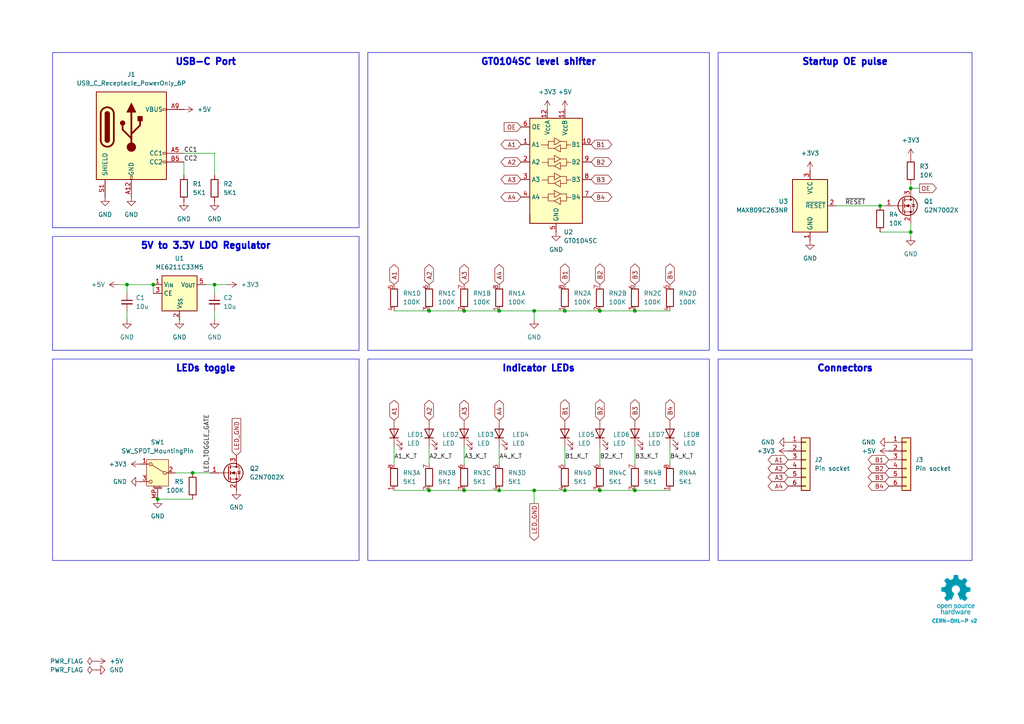
<source format=kicad_sch>
(kicad_sch (version 20231120) (generator "eeschema") (generator_version "8.0")
  (paper "A4")
  (title_block (title "GT0104SC quad level shifter") (date "2025-03-18") (rev "v1"))
  (lib_symbols
    (symbol "Connector_Generic:Conn_01x06" (pin_names (offset 1.016) hide)
      (property "Reference" "J" (at 0 7.62 0))
      (property "Value" "Conn_01x06" (at 0 -10.16 0))
      (symbol "Conn_01x06_1_1"
        (rectangle (start -1.27 -7.493) (end 0 -7.747) (stroke (width 0.1524)))
        (rectangle (start -1.27 -4.953) (end 0 -5.207) (stroke (width 0.1524)))
        (rectangle (start -1.27 -2.413) (end 0 -2.667) (stroke (width 0.1524)))
        (rectangle (start -1.27 0.127) (end 0 -0.127) (stroke (width 0.1524)))
        (rectangle (start -1.27 2.667) (end 0 2.413) (stroke (width 0.1524)))
        (rectangle (start -1.27 5.207) (end 0 4.953) (stroke (width 0.1524)))
        (rectangle (start -1.27 6.35) (end 1.27 -8.89) (stroke (width 0.254)) (fill (type background)))
        (pin passive line (at -5.08 5.08 0) (length 3.81) (name "Pin_1") (number "1"))
        (pin passive line (at -5.08 2.54 0) (length 3.81) (name "Pin_2") (number "2"))
        (pin passive line (at -5.08 0 0) (length 3.81) (name "Pin_3") (number "3"))
        (pin passive line (at -5.08 -2.54 0) (length 3.81) (name "Pin_4") (number "4"))
        (pin passive line (at -5.08 -5.08 0) (length 3.81) (name "Pin_5") (number "5"))
        (pin passive line (at -5.08 -7.62 0) (length 3.81) (name "Pin_6") (number "6"))
      )
    )
    (symbol "Device:C_Small" (pin_numbers hide) (pin_names (offset 0.254) hide)
      (property "Reference" "C" (at 0.254 1.778 0))
      (property "Value" "C_Small" (at 0.254 -2.032 0))
      (symbol "C_Small_0_1"
        (polyline (pts (xy -1.524 -0.508) (xy 1.524 -0.508)) (stroke (width 0.3302)))
        (polyline (pts (xy -1.524 0.508) (xy 1.524 0.508)) (stroke (width 0.3048)))
      )
      (symbol "C_Small_1_1"
        (pin passive line (at 0 2.54 270) (length 2.032) (name "~") (number "1"))
        (pin passive line (at 0 -2.54 90) (length 2.032) (name "~") (number "2"))
      )
    )
    (symbol "Device:LED" (pin_numbers hide) (pin_names (offset 1.016) hide)
      (property "Reference" "D" (at 0 2.54 0))
      (property "Value" "LED" (at 0 -2.54 0))
      (symbol "LED_0_1"
        (polyline (pts (xy -1.27 -1.27) (xy -1.27 1.27)) (stroke (width 0.254)))
        (polyline (pts (xy -1.27 0) (xy 1.27 0)))
        (polyline (pts (xy 1.27 -1.27) (xy 1.27 1.27) (xy -1.27 0) (xy 1.27 -1.27)) (stroke (width 0.254)))
        (polyline (pts (xy -3.048 -0.762) (xy -4.572 -2.286) (xy -3.81 -2.286) (xy -4.572 -2.286) (xy -4.572 -1.524)))
        (polyline (pts (xy -1.778 -0.762) (xy -3.302 -2.286) (xy -2.54 -2.286) (xy -3.302 -2.286) (xy -3.302 -1.524)))
      )
      (symbol "LED_1_1"
        (pin passive line (at -3.81 0 0) (length 2.54) (name "K") (number "1"))
        (pin passive line (at 3.81 0 180) (length 2.54) (name "A") (number "2"))
      )
    )
    (symbol "Device:R" (pin_numbers hide) (pin_names (offset 0))
      (property "Reference" "R" (at 2.032 0 90))
      (property "Value" "R" (at 0 0 90))
      (symbol "R_0_1"
        (rectangle (start -1.016 -2.54) (end 1.016 2.54) (stroke (width 0.254)))
      )
      (symbol "R_1_1"
        (pin passive line (at 0 3.81 270) (length 1.27) (name "~") (number "1"))
        (pin passive line (at 0 -3.81 90) (length 1.27) (name "~") (number "2"))
      )
    )
    (symbol "Device:R_Pack04_Split" (pin_names (offset 0) hide)
      (property "Reference" "RN" (at 2.032 0 90))
      (property "Value" "R_Pack04_Split" (at 0 0 90))
      (symbol "R_Pack04_Split_0_1"
        (rectangle (start 1.016 2.54) (end -1.016 -2.54) (stroke (width 0.254)))
      )
      (symbol "R_Pack04_Split_1_1"
        (pin passive line (at 0 -3.81 90) (length 1.27) (name "R1.1") (number "1"))
        (pin passive line (at 0 3.81 270) (length 1.27) (name "R1.2") (number "8"))
      )
      (symbol "R_Pack04_Split_2_1"
        (pin passive line (at 0 -3.81 90) (length 1.27) (name "R2.1") (number "2"))
        (pin passive line (at 0 3.81 270) (length 1.27) (name "R2.2") (number "7"))
      )
      (symbol "R_Pack04_Split_3_1"
        (pin passive line (at 0 -3.81 90) (length 1.27) (name "R3.1") (number "3"))
        (pin passive line (at 0 3.81 270) (length 1.27) (name "R3.2") (number "6"))
      )
      (symbol "R_Pack04_Split_4_1"
        (pin passive line (at 0 -3.81 90) (length 1.27) (name "R4.1") (number "4"))
        (pin passive line (at 0 3.81 270) (length 1.27) (name "R4.2") (number "5"))
      )
    )
    (symbol "Regulator_Linear:ME6211C33M5"
      (property "Reference" "U" (at -4.572 6.35 0))
      (property "Value" "ME6211C33M5" (at 10.16 8.636 0))
      (symbol "ME6211C33M5_1_1"
        (rectangle (start -5.08 5.08) (end 5.08 -5.08) (stroke (width 0.254)) (fill (type background)))
        (pin power_in line (at -7.62 2.54 0) (length 2.54) (name "V_{IN}") (number "1"))
        (pin power_in line (at 0 -7.62 90) (length 2.54) (name "V_{SS}") (number "2"))
        (pin input line (at -7.62 0 0) (length 2.54) (name "CE") (number "3"))
        (pin no_connect line (at 5.08 0 180) (length 2.54) hide (name "NC") (number "4"))
        (pin power_out line (at 7.62 2.54 180) (length 2.54) (name "V_{OUT}") (number "5"))
      )
    )
    (symbol "connector:USB_C_Receptacle_PowerOnly_6P_DEALON_009" (pin_names (offset 1.016))
      (property "Reference" "J" (at 0 16.51 0))
      (property "Value" "USB_C_Receptacle_PowerOnly_6P" (at 0 13.97 0))
      (symbol "USB_C_Receptacle_PowerOnly_6P_DEALON_009_0_0"
        (rectangle (start -0.254 -12.7) (end 0.254 -11.684))
        (rectangle (start 10.16 -7.366) (end 9.144 -7.874))
        (rectangle (start 10.16 -4.826) (end 9.144 -5.334))
        (rectangle (start 10.16 7.874) (end 9.144 7.366))
      )
      (symbol "USB_C_Receptacle_PowerOnly_6P_DEALON_009_0_1"
        (rectangle (start -10.16 12.7) (end 10.16 -12.7) (stroke (width 0.254)) (fill (type background)))
        (arc (start -8.89 -1.27) (mid -6.985 -3.1667) (end -5.08 -1.27) (stroke (width 0.508)))
        (arc (start -7.62 -1.27) (mid -6.985 -1.9023) (end -6.35 -1.27) (stroke (width 0.254)))
        (arc (start -7.62 -1.27) (mid -6.985 -1.9023) (end -6.35 -1.27) (stroke (width 0.254)) (fill (type outline)))
        (rectangle (start -7.62 -1.27) (end -6.35 6.35) (stroke (width 0.254)) (fill (type outline)))
        (arc (start -6.35 6.35) (mid -6.985 6.9823) (end -7.62 6.35) (stroke (width 0.254)))
        (arc (start -6.35 6.35) (mid -6.985 6.9823) (end -7.62 6.35) (stroke (width 0.254)) (fill (type outline)))
        (arc (start -5.08 6.35) (mid -6.985 8.2467) (end -8.89 6.35) (stroke (width 0.508)))
        (circle (center -2.54 3.683) (radius 0.635) (stroke (width 0.254)) (fill (type outline)))
        (circle (center 0 -3.302) (radius 1.27) (fill (type outline)))
        (polyline (pts (xy -8.89 -1.27) (xy -8.89 6.35)) (stroke (width 0.508)))
        (polyline (pts (xy -5.08 6.35) (xy -5.08 -1.27)) (stroke (width 0.508)))
        (polyline (pts (xy 0 -3.302) (xy 0 6.858)) (stroke (width 0.508)))
        (polyline (pts (xy 0 -0.762) (xy -2.54 1.778) (xy -2.54 3.048)) (stroke (width 0.508)))
        (polyline (pts (xy 0 0.508) (xy 2.54 3.048) (xy 2.54 4.318)) (stroke (width 0.508)))
        (polyline (pts (xy -1.27 6.858) (xy 0 9.398) (xy 1.27 6.858) (xy -1.27 6.858)) (stroke (width 0.254)) (fill (type outline)))
        (rectangle (start 1.905 4.318) (end 3.175 5.588) (stroke (width 0.254)) (fill (type outline)))
      )
      (symbol "USB_C_Receptacle_PowerOnly_6P_DEALON_009_1_1"
        (pin passive line (at 0 -17.78 90) (length 5.08) (name "GND") (number "A12"))
        (pin bidirectional line (at 15.24 -5.08 180) (length 5.08) (name "CC1") (number "A5"))
        (pin passive line (at 15.24 7.62 180) (length 5.08) (name "VBUS") (number "A9"))
        (pin passive line (at 0 -17.78 90) (length 5.08) hide (name "GND") (number "B12"))
        (pin bidirectional line (at 15.24 -7.62 180) (length 5.08) (name "CC2") (number "B5"))
        (pin passive line (at 15.24 7.62 180) (length 5.08) hide (name "VBUS") (number "B9"))
        (pin passive line (at -7.62 -17.78 90) (length 5.08) (name "SHIELD") (number "S1"))
      )
    )
    (symbol "discrete:G2N7002X" (pin_names hide)
      (property "Reference" "Q" (at 5.08 1.905 0))
      (property "Value" "G2N7002X" (at 5.08 0 0))
      (symbol "G2N7002X_0_1"
        (polyline (pts (xy 0.254 0) (xy -2.54 0)))
        (polyline (pts (xy 0.254 1.905) (xy 0.254 -1.905)) (stroke (width 0.254)))
        (polyline (pts (xy 0.762 -1.27) (xy 0.762 -2.286)) (stroke (width 0.254)))
        (polyline (pts (xy 0.762 0.508) (xy 0.762 -0.508)) (stroke (width 0.254)))
        (polyline (pts (xy 0.762 2.286) (xy 0.762 1.27)) (stroke (width 0.254)))
        (polyline (pts (xy 2.54 2.54) (xy 2.54 1.778)))
        (polyline (pts (xy 2.54 -2.54) (xy 2.54 0) (xy 0.762 0)))
        (polyline (pts (xy 0.762 -1.778) (xy 3.302 -1.778) (xy 3.302 1.778) (xy 0.762 1.778)))
        (polyline (pts (xy 1.016 0) (xy 2.032 0.381) (xy 2.032 -0.381) (xy 1.016 0)) (fill (type outline)))
        (polyline (pts (xy 2.794 0.508) (xy 2.921 0.381) (xy 3.683 0.381) (xy 3.81 0.254)))
        (polyline (pts (xy 3.302 0.381) (xy 2.921 -0.254) (xy 3.683 -0.254) (xy 3.302 0.381)))
        (circle (center 1.651 0) (radius 2.794) (stroke (width 0.254)))
        (circle (center 2.54 -1.778) (radius 0.254) (fill (type outline)))
        (circle (center 2.54 1.778) (radius 0.254) (fill (type outline)))
      )
      (symbol "G2N7002X_1_1"
        (pin input line (at -5.08 0 0) (length 2.54) (name "G") (number "1"))
        (pin passive line (at 2.54 -5.08 90) (length 2.54) (name "S") (number "2"))
        (pin passive line (at 2.54 5.08 270) (length 2.54) (name "D") (number "3"))
      )
    )
    (symbol "electromechanical:SK-3296S-01-L1" (pin_names (offset 0) hide)
      (property "Reference" "SW" (at 0 5.08 0))
      (property "Value" "SW_SPDT_MountingPin" (at 0 -5.08 0))
      (symbol "SK-3296S-01-L1_0_1"
        (circle (center -2.032 0) (radius 0.4572))
        (polyline (pts (xy -1.651 0.254) (xy 1.651 2.286)))
        (circle (center 2.032 -2.54) (radius 0.4572))
        (circle (center 2.032 2.54) (radius 0.4572))
      )
      (symbol "SK-3296S-01-L1_1_1"
        (rectangle (start -3.175 3.81) (end 3.175 -3.81) (fill (type background)))
        (polyline (pts (xy -1.016 -4.572) (xy 1.016 -4.572)) (stroke (width 0.1524)))
        (text "Mounting" (at 0 -4.191 0) (effects (font (size 0.381 0.381))))
        (pin passive line (at 5.08 2.54 180) (length 2.54) (name "A") (number "1"))
        (pin passive line (at -5.08 0 0) (length 2.54) (name "B") (number "2"))
        (pin passive line (at 5.08 -2.54 180) (length 2.54) (name "C") (number "3"))
        (pin passive line (at 0 -7.62 90) (length 3.048) (name "MountPin") (number "MP"))
      )
    )
    (symbol "ic:GT0104SC"
      (property "Reference" "U" (at -6.35 16.51 0))
      (property "Value" "GT0104SC" (at 3.81 16.51 0))
      (symbol "GT0104SC_0_1"
        (rectangle (start -7.62 -15.24) (end -7.62 -12.7) (stroke (width 0.254)))
        (rectangle (start -7.62 15.24) (end 7.62 -15.24) (stroke (width 0.254)) (fill (type background)))
        (polyline (pts (xy -2.286 -7.747) (xy -2.286 -6.731) (xy -0.508 -6.731)))
        (polyline (pts (xy -2.286 -2.667) (xy -2.286 -1.651) (xy -0.508 -1.651)))
        (polyline (pts (xy -2.286 2.413) (xy -2.286 3.429) (xy -0.508 3.429)))
        (polyline (pts (xy -2.286 7.493) (xy -2.286 8.509) (xy -0.508 8.509)))
        (polyline (pts (xy 3.048 -7.747) (xy 3.048 -8.763) (xy 1.27 -8.763)))
        (polyline (pts (xy 3.048 -2.667) (xy 3.048 -3.683) (xy 1.27 -3.683)))
        (polyline (pts (xy 3.048 2.413) (xy 3.048 1.397) (xy 1.27 1.397)))
        (polyline (pts (xy 3.048 7.493) (xy 3.048 6.477) (xy 1.27 6.477)))
        (polyline (pts (xy -0.508 -8.763) (xy -2.286 -8.763) (xy -2.286 -7.747) (xy -4.064 -7.747)))
        (polyline (pts (xy -0.508 -8.763) (xy 1.27 -7.747) (xy 1.27 -9.779) (xy -0.508 -8.763)))
        (polyline (pts (xy -0.508 -3.683) (xy -2.286 -3.683) (xy -2.286 -2.667) (xy -4.064 -2.667)))
        (polyline (pts (xy -0.508 -3.683) (xy 1.27 -2.667) (xy 1.27 -4.699) (xy -0.508 -3.683)))
        (polyline (pts (xy -0.508 1.397) (xy -2.286 1.397) (xy -2.286 2.413) (xy -4.064 2.413)))
        (polyline (pts (xy -0.508 1.397) (xy 1.27 2.413) (xy 1.27 0.381) (xy -0.508 1.397)))
        (polyline (pts (xy -0.508 6.477) (xy -2.286 6.477) (xy -2.286 7.493) (xy -4.318 7.493)))
        (polyline (pts (xy -0.508 6.477) (xy 1.27 7.493) (xy 1.27 5.461) (xy -0.508 6.477)))
        (polyline (pts (xy 1.27 -6.731) (xy -0.508 -7.747) (xy -0.508 -5.715) (xy 1.27 -6.731)))
        (polyline (pts (xy 1.27 -6.731) (xy 3.048 -6.731) (xy 3.048 -7.747) (xy 4.318 -7.747)))
        (polyline (pts (xy 1.27 -1.651) (xy -0.508 -2.667) (xy -0.508 -0.635) (xy 1.27 -1.651)))
        (polyline (pts (xy 1.27 -1.651) (xy 3.048 -1.651) (xy 3.048 -2.667) (xy 4.318 -2.667)))
        (polyline (pts (xy 1.27 3.429) (xy -0.508 2.413) (xy -0.508 4.445) (xy 1.27 3.429)))
        (polyline (pts (xy 1.27 3.429) (xy 3.048 3.429) (xy 3.048 2.413) (xy 4.318 2.413)))
        (polyline (pts (xy 1.27 8.509) (xy -0.508 7.493) (xy -0.508 9.525) (xy 1.27 8.509)))
        (polyline (pts (xy 1.27 8.509) (xy 3.048 8.509) (xy 3.048 7.493) (xy 4.318 7.493)))
      )
      (symbol "GT0104SC_1_1"
        (pin bidirectional line (at -10.16 7.62 0) (length 2.54) (name "A1") (number "1"))
        (pin bidirectional line (at 10.16 7.62 180) (length 2.54) (name "B1") (number "10"))
        (pin power_in line (at 2.54 17.78 270) (length 2.54) (name "V_{CC}B") (number "11"))
        (pin power_in line (at -2.54 17.78 270) (length 2.54) (name "V_{CC}A") (number "12"))
        (pin passive line (at 0 -17.78 90) (length 2.54) hide (name "Pad") (number "13"))
        (pin bidirectional line (at -10.16 2.54 0) (length 2.54) (name "A2") (number "2"))
        (pin bidirectional line (at -10.16 -2.54 0) (length 2.54) (name "A3") (number "3"))
        (pin bidirectional line (at -10.16 -7.62 0) (length 2.54) (name "A4") (number "4"))
        (pin power_in line (at 0 -17.78 90) (length 2.54) (name "GND") (number "5"))
        (pin input line (at -10.16 12.7 0) (length 2.54) (name "OE") (number "6"))
        (pin bidirectional line (at 10.16 -7.62 180) (length 2.54) (name "B4") (number "7"))
        (pin bidirectional line (at 10.16 -2.54 180) (length 2.54) (name "B3") (number "8"))
        (pin bidirectional line (at 10.16 2.54 180) (length 2.54) (name "B2") (number "9"))
      )
    )
    (symbol "ic:MAX809C263NR"
      (property "Reference" "U" (at 2.54 12.7 0))
      (property "Value" "MAX809C263NR" (at 5.08 10.16 0))
      (symbol "MAX809C263NR_0_1"
        (rectangle (start 5.08 7.62) (end -5.08 -7.62) (stroke (width 0.254)) (fill (type background)))
      )
      (symbol "MAX809C263NR_1_1"
        (pin power_in line (at 0 -10.16 90) (length 2.54) (name "GND") (number "1"))
        (pin output line (at 7.62 0 180) (length 2.54) (name "~{RESET}") (number "2"))
        (pin power_in line (at 0 10.16 270) (length 2.54) (name "VCC") (number "3"))
      )
    )
    (symbol "power:GND" (power) (pin_numbers hide) (pin_names (offset 0) hide)
      (property "Value" "GND" (at 0 -3.81 0))
      (symbol "GND_0_1"
        (polyline (pts (xy 0 0) (xy 0 -1.27) (xy 1.27 -1.27) (xy 0 -2.54) (xy -1.27 -1.27) (xy 0 -1.27)))
      )
      (symbol "GND_1_1"
        (pin power_in line (at 0 0 270) (length 0) (name "~") (number "1"))
      )
    )
    (symbol "power:PWR_FLAG" (power) (pin_numbers hide) (pin_names (offset 0) hide)
      (property "Value" "PWR_FLAG" (at 0 3.81 0))
      (symbol "PWR_FLAG_0_0"
        (pin power_out line (at 0 0 90) (length 0) (name "~") (number "1"))
      )
      (symbol "PWR_FLAG_0_1"
        (polyline (pts (xy 0 0) (xy 0 1.27) (xy -1.016 1.905) (xy 0 2.54) (xy 1.016 1.905) (xy 0 1.27)))
      )
    )
    (symbol "power:VCC" (power) (pin_numbers hide) (pin_names (offset 0) hide)
      (property "Value" "VCC" (at 0 3.556 0))
      (symbol "VCC_0_1"
        (polyline (pts (xy -0.762 1.27) (xy 0 2.54)))
        (polyline (pts (xy 0 0) (xy 0 2.54)))
        (polyline (pts (xy 0 2.54) (xy 0.762 1.27)))
      )
      (symbol "VCC_1_1"
        (pin power_in line (at 0 0 90) (length 0) (name "~") (number "1"))
      )
    )
  )
  (junction (at 134.62 142.24))
  (junction (at 163.83 90.17))
  (junction (at 173.99 142.24))
  (junction (at 163.83 142.24))
  (junction (at 144.78 142.24))
  (junction (at 44.45 82.55))
  (junction (at 36.83 82.55))
  (junction (at 255.27 59.69))
  (junction (at 184.15 90.17))
  (junction (at 154.94 90.17))
  (junction (at 62.23 82.55))
  (junction (at 184.15 142.24))
  (junction (at 124.46 90.17))
  (junction (at 144.78 90.17))
  (junction (at 264.16 54.61))
  (junction (at 55.88 137.16))
  (junction (at 134.62 90.17))
  (junction (at 264.16 67.31))
  (junction (at 154.94 142.24))
  (junction (at 45.72 144.78))
  (junction (at 124.46 142.24))
  (junction (at 173.99 90.17))
  (wire (pts (xy 55.88 144.78) (xy 45.72 144.78)))
  (wire (pts (xy 154.94 142.24) (xy 163.83 142.24)))
  (wire (pts (xy 154.94 90.17) (xy 163.83 90.17)))
  (wire (pts (xy 255.27 67.31) (xy 264.16 67.31)))
  (wire (pts (xy 62.23 82.55) (xy 59.69 82.55)))
  (wire (pts (xy 173.99 142.24) (xy 184.15 142.24)))
  (wire (pts (xy 53.34 46.99) (xy 53.34 50.8)))
  (wire (pts (xy 184.15 142.24) (xy 194.31 142.24)))
  (wire (pts (xy 242.57 59.69) (xy 255.27 59.69)))
  (wire (pts (xy 60.96 137.16) (xy 55.88 137.16)))
  (wire (pts (xy 114.3 90.17) (xy 124.46 90.17)))
  (wire (pts (xy 266.7 54.61) (xy 264.16 54.61)))
  (wire (pts (xy 66.04 82.55) (xy 62.23 82.55)))
  (wire (pts (xy 36.83 90.17) (xy 36.83 92.71)))
  (wire (pts (xy 62.23 44.45) (xy 62.23 50.8)))
  (wire (pts (xy 264.16 53.34) (xy 264.16 54.61)))
  (wire (pts (xy 62.23 85.09) (xy 62.23 82.55)))
  (wire (pts (xy 124.46 90.17) (xy 134.62 90.17)))
  (wire (pts (xy 124.46 129.54) (xy 124.46 134.62)))
  (wire (pts (xy 264.16 68.58) (xy 264.16 67.31)))
  (wire (pts (xy 134.62 142.24) (xy 144.78 142.24)))
  (wire (pts (xy 36.83 82.55) (xy 34.29 82.55)))
  (wire (pts (xy 255.27 59.69) (xy 256.54 59.69)))
  (wire (pts (xy 55.88 137.16) (xy 50.8 137.16)))
  (wire (pts (xy 163.83 90.17) (xy 173.99 90.17)))
  (wire (pts (xy 194.31 129.54) (xy 194.31 134.62)))
  (wire (pts (xy 114.3 129.54) (xy 114.3 134.62)))
  (wire (pts (xy 163.83 142.24) (xy 173.99 142.24)))
  (wire (pts (xy 154.94 142.24) (xy 154.94 146.05)))
  (wire (pts (xy 44.45 82.55) (xy 44.45 85.09)))
  (wire (pts (xy 173.99 129.54) (xy 173.99 134.62)))
  (wire (pts (xy 173.99 90.17) (xy 184.15 90.17)))
  (wire (pts (xy 36.83 85.09) (xy 36.83 82.55)))
  (wire (pts (xy 134.62 90.17) (xy 144.78 90.17)))
  (wire (pts (xy 124.46 142.24) (xy 134.62 142.24)))
  (wire (pts (xy 114.3 142.24) (xy 124.46 142.24)))
  (wire (pts (xy 163.83 129.54) (xy 163.83 134.62)))
  (wire (pts (xy 62.23 90.17) (xy 62.23 92.71)))
  (wire (pts (xy 264.16 67.31) (xy 264.16 64.77)))
  (wire (pts (xy 154.94 90.17) (xy 154.94 92.71)))
  (wire (pts (xy 184.15 90.17) (xy 194.31 90.17)))
  (wire (pts (xy 144.78 129.54) (xy 144.78 134.62)))
  (wire (pts (xy 184.15 129.54) (xy 184.15 134.62)))
  (wire (pts (xy 144.78 90.17) (xy 154.94 90.17)))
  (wire (pts (xy 36.83 82.55) (xy 44.45 82.55)))
  (wire (pts (xy 53.34 44.45) (xy 62.23 44.45)))
  (wire (pts (xy 144.78 142.24) (xy 154.94 142.24)))
  (wire (pts (xy 134.62 129.54) (xy 134.62 134.62)))
  (image (at 277.241 172.466) (scale 0.1691))
  (text_box "Connectors" (at 208.28 104.14 0) (size 73.66 58.42) (effects (font (size 1.905 1.905) (thickness 0.508) (bold yes)) (justify top)))
  (text_box "Indicator LEDs" (at 106.68 104.14 0) (size 99.06 58.42) (effects (font (size 1.905 1.905) (thickness 0.508) (bold yes)) (justify top)))
  (text_box "GT0104SC level shifter" (at 106.68 15.24 0) (size 99.06 86.36) (effects (font (size 1.905 1.905) (thickness 0.508) (bold yes)) (justify top)))
  (text_box "5V to 3.3V LDO Regulator" (at 15.24 68.58 0) (size 88.9 33.02) (effects (font (size 1.905 1.905) (thickness 0.508) (bold yes)) (justify top)))
  (text_box "Startup OE pulse" (at 208.28 15.24 0) (size 73.66 86.36) (effects (font (size 1.905 1.905) (thickness 0.508) (bold yes)) (justify top)))
  (text_box "LEDs toggle" (at 15.24 104.14 0) (size 88.9 58.42) (effects (font (size 1.905 1.905) (thickness 0.508) (bold yes)) (justify top)))
  (text_box "USB-C Port" (at 15.24 15.24 0) (size 88.9 50.8) (effects (font (size 1.905 1.905) (thickness 0.508) (bold yes)) (justify top)))
  (text "CERN-OHL-P v2" (at 276.86 180.34 0) (effects (font (size 1.016 1.016) (thickness 0.4) (bold yes))))
  (label "B3_K_T" (at 184.15 133.35 0))
  (label "B1_K_T" (at 163.83 133.35 0))
  (label "B4_K_T" (at 194.31 133.35 0))
  (label "A3_K_T" (at 134.62 133.35 0))
  (label "CC2" (at 53.34 46.99 0))
  (label "A2_K_T" (at 124.46 133.35 0))
  (label "B2_K_T" (at 173.99 133.35 0))
  (label "~{RESET}" (at 245.11 59.69 0))
  (label "LED_TOGGLE_GATE" (at 60.96 137.16 90))
  (label "CC1" (at 53.34 44.45 0))
  (label "A1_K_T" (at 114.3 133.35 0))
  (label "A4_K_T" (at 144.78 133.35 0))
  (global_label "A2" (shape bidirectional) (at 151.13 46.99 180) (property "Intersheetrefs" "${INTERSHEET_REFS}" (effects (hide yes))))
  (global_label "OE" (shape output) (at 266.7 54.61 0) (property "Intersheetrefs" "${INTERSHEET_REFS}" (effects (hide yes))))
  (global_label "A4" (shape bidirectional) (at 228.6 140.97 180) (property "Intersheetrefs" "${INTERSHEET_REFS}" (effects (hide yes))))
  (global_label "B3" (shape bidirectional) (at 184.15 121.92 90) (property "Intersheetrefs" "${INTERSHEET_REFS}" (effects (hide yes))))
  (global_label "B3" (shape bidirectional) (at 171.45 52.07 0) (property "Intersheetrefs" "${INTERSHEET_REFS}" (effects (hide yes))))
  (global_label "A4" (shape bidirectional) (at 144.78 121.92 90) (property "Intersheetrefs" "${INTERSHEET_REFS}" (effects (hide yes))))
  (global_label "OE" (shape input) (at 151.13 36.83 180) (property "Intersheetrefs" "${INTERSHEET_REFS}" (effects (hide yes))))
  (global_label "A2" (shape bidirectional) (at 124.46 82.55 90) (property "Intersheetrefs" "${INTERSHEET_REFS}" (effects (hide yes))))
  (global_label "B4" (shape bidirectional) (at 257.81 140.97 180) (property "Intersheetrefs" "${INTERSHEET_REFS}" (effects (hide yes))))
  (global_label "B2" (shape bidirectional) (at 173.99 82.55 90) (property "Intersheetrefs" "${INTERSHEET_REFS}" (effects (hide yes))))
  (global_label "B3" (shape bidirectional) (at 184.15 82.55 90) (property "Intersheetrefs" "${INTERSHEET_REFS}" (effects (hide yes))))
  (global_label "A3" (shape bidirectional) (at 151.13 52.07 180) (property "Intersheetrefs" "${INTERSHEET_REFS}" (effects (hide yes))))
  (global_label "B1" (shape bidirectional) (at 171.45 41.91 0) (property "Intersheetrefs" "${INTERSHEET_REFS}" (effects (hide yes))))
  (global_label "A1" (shape bidirectional) (at 151.13 41.91 180) (property "Intersheetrefs" "${INTERSHEET_REFS}" (effects (hide yes))))
  (global_label "A1" (shape bidirectional) (at 114.3 121.92 90) (property "Intersheetrefs" "${INTERSHEET_REFS}" (effects (hide yes))))
  (global_label "A3" (shape bidirectional) (at 134.62 121.92 90) (property "Intersheetrefs" "${INTERSHEET_REFS}" (effects (hide yes))))
  (global_label "LED_GND" (shape input) (at 68.58 132.08 90) (property "Intersheetrefs" "${INTERSHEET_REFS}" (effects (hide yes))))
  (global_label "B1" (shape bidirectional) (at 257.81 133.35 180) (property "Intersheetrefs" "${INTERSHEET_REFS}" (effects (hide yes))))
  (global_label "A4" (shape bidirectional) (at 151.13 57.15 180) (property "Intersheetrefs" "${INTERSHEET_REFS}" (effects (hide yes))))
  (global_label "A2" (shape bidirectional) (at 228.6 135.89 180) (property "Intersheetrefs" "${INTERSHEET_REFS}" (effects (hide yes))))
  (global_label "B2" (shape bidirectional) (at 171.45 46.99 0) (property "Intersheetrefs" "${INTERSHEET_REFS}" (effects (hide yes))))
  (global_label "LED_GND" (shape output) (at 154.94 146.05 270) (property "Intersheetrefs" "${INTERSHEET_REFS}" (effects (hide yes))))
  (global_label "B4" (shape bidirectional) (at 194.31 121.92 90) (property "Intersheetrefs" "${INTERSHEET_REFS}" (effects (hide yes))))
  (global_label "B4" (shape bidirectional) (at 194.31 82.55 90) (property "Intersheetrefs" "${INTERSHEET_REFS}" (effects (hide yes))))
  (global_label "B3" (shape bidirectional) (at 257.81 138.43 180) (property "Intersheetrefs" "${INTERSHEET_REFS}" (effects (hide yes))))
  (global_label "B4" (shape bidirectional) (at 171.45 57.15 0) (property "Intersheetrefs" "${INTERSHEET_REFS}" (effects (hide yes))))
  (global_label "B1" (shape bidirectional) (at 163.83 82.55 90) (property "Intersheetrefs" "${INTERSHEET_REFS}" (effects (hide yes))))
  (global_label "B2" (shape bidirectional) (at 173.99 121.92 90) (property "Intersheetrefs" "${INTERSHEET_REFS}" (effects (hide yes))))
  (global_label "A4" (shape bidirectional) (at 144.78 82.55 90) (property "Intersheetrefs" "${INTERSHEET_REFS}" (effects (hide yes))))
  (global_label "B2" (shape bidirectional) (at 257.81 135.89 180) (property "Intersheetrefs" "${INTERSHEET_REFS}" (effects (hide yes))))
  (global_label "A3" (shape bidirectional) (at 134.62 82.55 90) (property "Intersheetrefs" "${INTERSHEET_REFS}" (effects (hide yes))))
  (global_label "A3" (shape bidirectional) (at 228.6 138.43 180) (property "Intersheetrefs" "${INTERSHEET_REFS}" (effects (hide yes))))
  (global_label "A1" (shape bidirectional) (at 114.3 82.55 90) (property "Intersheetrefs" "${INTERSHEET_REFS}" (effects (hide yes))))
  (global_label "A1" (shape bidirectional) (at 228.6 133.35 180) (property "Intersheetrefs" "${INTERSHEET_REFS}" (effects (hide yes))))
  (global_label "B1" (shape bidirectional) (at 163.83 121.92 90) (property "Intersheetrefs" "${INTERSHEET_REFS}" (effects (hide yes))))
  (global_label "A2" (shape bidirectional) (at 124.46 121.92 90) (property "Intersheetrefs" "${INTERSHEET_REFS}" (effects (hide yes))))
  (symbol (lib_id "Device:R_Pack04_Split") (at 163.83 138.43 0) (unit 4)
    (property "Reference" "RN4" (at 166.37 137.1599 0) (effects (justify left)))
    (property "Value" "5K1" (at 166.37 139.6999 0) (effects (justify left)))
    (property "Footprint" "discrete:R_Array_Convex_4x0402_HandSolder" (effects (hide yes)))
    (property "Description" "4 resistor network, parallel topology, split" (effects (hide yes)))
    (property "LCSC Part" "C425290" (effects (hide yes)))
  )
  (symbol (lib_id "Device:LED") (at 184.15 125.73 90) (unit 1)
    (property "Reference" "LED7" (at 187.96 126.0474 90) (effects (justify right)))
    (property "Value" "LED" (at 187.96 128.5874 90) (effects (justify right)))
    (property "Footprint" "discrete:LED_0603_1608Metric" (effects (hide yes)))
    (property "Description" "Light emitting diode" (effects (hide yes)))
  )
  (symbol (lib_id "Device:R_Pack04_Split") (at 134.62 86.36 0) (unit 2)
    (property "Reference" "RN1" (at 137.16 85.0899 0) (effects (justify left)))
    (property "Value" "100K" (at 137.16 87.6299 0) (effects (justify left)))
    (property "Footprint" "discrete:R_Array_Convex_4x0402_HandSolder" (effects (hide yes)))
    (property "Description" "4 resistor network, parallel topology, split" (effects (hide yes)))
    (property "LCSC Part" "C326786" (effects (hide yes)))
  )
  (symbol (lib_id "power:GND") (at 30.48 57.15 0) (unit 1)
    (property "Reference" "#PWR01" (effects (hide yes)))
    (property "Value" "GND" (at 30.48 62.23 0))
    (property "Description" "Power symbol creates a global label with name \"GND\" , ground" (effects (hide yes)))
  )
  (symbol (lib_id "Device:LED") (at 194.31 125.73 90) (unit 1)
    (property "Reference" "LED8" (at 198.12 126.0474 90) (effects (justify right)))
    (property "Value" "LED" (at 198.12 128.5874 90) (effects (justify right)))
    (property "Footprint" "discrete:LED_0603_1608Metric" (effects (hide yes)))
    (property "Description" "Light emitting diode" (effects (hide yes)))
  )
  (symbol (lib_id "power:VCC") (at 40.64 134.62 90) (mirror x) (unit 1)
    (property "Reference" "#PWR031" (effects (hide yes)))
    (property "Value" "+3V3" (at 36.83 134.6199 90) (effects (justify left)))
    (property "Description" "Power symbol creates a global label with name \"VCC\"" (effects (hide yes)))
  )
  (symbol (lib_id "Device:R_Pack04_Split") (at 194.31 138.43 0) (unit 1)
    (property "Reference" "RN4" (at 196.85 137.1599 0) (effects (justify left)))
    (property "Value" "5K1" (at 196.85 139.6999 0) (effects (justify left)))
    (property "Footprint" "discrete:R_Array_Convex_4x0402_HandSolder" (effects (hide yes)))
    (property "Description" "4 resistor network, parallel topology, split" (effects (hide yes)))
    (property "LCSC Part" "C425290" (effects (hide yes)))
  )
  (symbol (lib_id "Connector_Generic:Conn_01x06") (at 262.89 133.35 0) (unit 1)
    (property "Reference" "J3" (at 265.43 133.3499 0) (effects (justify left)))
    (property "Value" "Pin socket" (at 265.43 135.8899 0) (effects (justify left)))
    (property "Footprint" "Connector_PinSocket_2.54mm:PinSocket_1x06_P2.54mm_Vertical" (effects (hide yes)))
    (property "Description" "Generic connector, single row, 01x06, script generated (kicad-library-utils/schlib/autogen/connector/)" (effects (hide yes)))
  )
  (symbol (lib_id "Device:C_Small") (at 36.83 87.63 0) (unit 1)
    (property "Reference" "C1" (at 39.37 86.3662 0) (effects (justify left)))
    (property "Value" "10u" (at 39.37 88.9062 0) (effects (justify left)))
    (property "Footprint" "discrete:C_0402_1005Metric" (effects (hide yes)))
    (property "Description" "Unpolarized capacitor, small symbol" (effects (hide yes)))
    (property "LCSC Part" "C315248" (effects (hide yes)))
  )
  (symbol (lib_id "Regulator_Linear:ME6211C33M5") (at 52.07 85.09 0) (unit 1)
    (property "Reference" "U1" (at 52.07 74.93 0))
    (property "Value" "ME6211C33M5" (at 52.07 77.47 0))
    (property "Footprint" "Package_TO_SOT_SMD:SOT-23-5" (effects (hide yes)))
    (property "Datasheet" "https://www.lcsc.com/datasheet/lcsc_datasheet_2304140030_MICRONE-Nanjing-Micro-One-Elec-ME6211C33R5G_C235316.pdf" (effects (hide yes)))
    (property "Description" "500mA low dropout linear regulator, shutdown pin, 6.5V max input voltage, 3.3V fixed positive output, SOT-23-5" (effects (hide yes)))
    (property "LCSC Part" "C82942" (effects (hide yes)))
  )
  (symbol (lib_id "power:GND") (at 40.64 139.7 270) (mirror x) (unit 1)
    (property "Reference" "#PWR032" (effects (hide yes)))
    (property "Value" "GND" (at 36.83 139.6999 90) (effects (justify right)))
    (property "Description" "Power symbol creates a global label with name \"GND\" , ground" (effects (hide yes)))
  )
  (symbol (lib_id "discrete:G2N7002X") (at 261.62 59.69 0) (unit 1)
    (property "Reference" "Q1" (at 267.97 58.4199 0) (effects (justify left)))
    (property "Value" "G2N7002X" (at 267.97 60.9599 0) (effects (justify left)))
    (property "Footprint" "package:SOT-523" (effects (hide yes)))
    (property "Datasheet" "https://www.lcsc.com/datasheet/lcsc_datasheet_2410121447_GOFORD-G2N7002X_C5258971.pdf" (effects (hide yes)))
    (property "Description" "0.340A Id, 60V Vds, N-Channel MOSFET, SOT-523" (effects (hide yes)))
    (property "LCSC Part" "C5258971" (effects (hide yes)))
  )
  (symbol (lib_id "Device:R_Pack04_Split") (at 184.15 138.43 0) (unit 2)
    (property "Reference" "RN4" (at 186.69 137.1599 0) (effects (justify left)))
    (property "Value" "5K1" (at 186.69 139.6999 0) (effects (justify left)))
    (property "Footprint" "discrete:R_Array_Convex_4x0402_HandSolder" (effects (hide yes)))
    (property "Description" "4 resistor network, parallel topology, split" (effects (hide yes)))
    (property "LCSC Part" "C425290" (effects (hide yes)))
  )
  (symbol (lib_id "Device:R_Pack04_Split") (at 144.78 86.36 0) (unit 1)
    (property "Reference" "RN1" (at 147.32 85.0899 0) (effects (justify left)))
    (property "Value" "100K" (at 147.32 87.6299 0) (effects (justify left)))
    (property "Footprint" "discrete:R_Array_Convex_4x0402_HandSolder" (effects (hide yes)))
    (property "Description" "4 resistor network, parallel topology, split" (effects (hide yes)))
    (property "LCSC Part" "C326786" (effects (hide yes)))
  )
  (symbol (lib_id "Device:C_Small") (at 62.23 87.63 0) (unit 1)
    (property "Reference" "C2" (at 64.77 86.3662 0) (effects (justify left)))
    (property "Value" "10u" (at 64.77 88.9062 0) (effects (justify left)))
    (property "Footprint" "discrete:C_0402_1005Metric" (effects (hide yes)))
    (property "Description" "Unpolarized capacitor, small symbol" (effects (hide yes)))
    (property "LCSC Part" "C315248" (effects (hide yes)))
  )
  (symbol (lib_id "Device:R_Pack04_Split") (at 144.78 138.43 0) (unit 4)
    (property "Reference" "RN3" (at 147.32 137.1599 0) (effects (justify left)))
    (property "Value" "5K1" (at 147.32 139.6999 0) (effects (justify left)))
    (property "Footprint" "discrete:R_Array_Convex_4x0402_HandSolder" (effects (hide yes)))
    (property "Description" "4 resistor network, parallel topology, split" (effects (hide yes)))
    (property "LCSC Part" "C425290" (effects (hide yes)))
  )
  (symbol (lib_id "ic:MAX809C263NR") (at 234.95 59.69 0) (unit 1)
    (property "Reference" "U3" (at 228.6 58.4199 0) (effects (justify right)))
    (property "Value" "MAX809C263NR" (at 228.6 60.9599 0) (effects (justify right)))
    (property "Footprint" "Package_TO_SOT_SMD:SOT-23" (effects (hide yes)))
    (property "Datasheet" "https://www.lcsc.com/datasheet/lcsc_datasheet_2210311700_Slkor-SLKORMICRO-Elec--MAX809C263NR_C5223646.pdf" (effects (hide yes)))
    (property "Description" "Microprocessor Reset (active-low) Circuit, 200ms delay, SOT-23" (effects (hide yes)))
    (property "LCSC Part" "C5223646" (effects (hide yes)))
  )
  (symbol (lib_id "Device:R_Pack04_Split") (at 124.46 86.36 0) (unit 3)
    (property "Reference" "RN1" (at 127 85.0899 0) (effects (justify left)))
    (property "Value" "100K" (at 127 87.6299 0) (effects (justify left)))
    (property "Footprint" "discrete:R_Array_Convex_4x0402_HandSolder" (effects (hide yes)))
    (property "Description" "4 resistor network, parallel topology, split" (effects (hide yes)))
    (property "LCSC Part" "C326786" (effects (hide yes)))
  )
  (symbol (lib_id "Device:R") (at 255.27 63.5 0) (unit 1)
    (property "Reference" "R4" (at 257.81 62.2299 0) (effects (justify left)))
    (property "Value" "10K" (at 257.81 64.7699 0) (effects (justify left)))
    (property "Footprint" "Resistor_SMD:R_0402_1005Metric" (effects (hide yes)))
    (property "Description" "Resistor" (effects (hide yes)))
    (property "LCSC Part" "C25744" (effects (hide yes)))
  )
  (symbol (lib_id "Device:R") (at 55.88 140.97 0) (mirror y) (unit 1)
    (property "Reference" "R5" (at 53.34 139.6999 0) (effects (justify left)))
    (property "Value" "100K" (at 53.34 142.2399 0) (effects (justify left)))
    (property "Footprint" "Resistor_SMD:R_0402_1005Metric" (effects (hide yes)))
    (property "Description" "Resistor" (effects (hide yes)))
    (property "LCSC Part" "C25741" (effects (hide yes)))
  )
  (symbol (lib_id "Device:LED") (at 124.46 125.73 90) (unit 1)
    (property "Reference" "LED2" (at 128.27 126.0474 90) (effects (justify right)))
    (property "Value" "LED" (at 128.27 128.5874 90) (effects (justify right)))
    (property "Footprint" "discrete:LED_0603_1608Metric" (effects (hide yes)))
    (property "Description" "Light emitting diode" (effects (hide yes)))
  )
  (symbol (lib_id "electromechanical:SK-3296S-01-L1") (at 45.72 137.16 0) (mirror y) (unit 1)
    (property "Reference" "SW1" (at 45.72 128.27 0))
    (property "Value" "SW_SPDT_MountingPin" (at 45.72 130.81 0))
    (property "Footprint" "electromechanical:SW_SPDT_PCM12" (effects (hide yes)))
    (property "Datasheet" "https://www.lcsc.com/datasheet/lcsc_datasheet_2110151630_XKB-Connection-SK-3296S-01-L1_C319020.pdf" (effects (hide yes)))
    (property "Description" "Ultraminiature Surface Mount Slide Switch, right-angle, single pole double throw, with mounting pin" (effects (hide yes)))
    (property "LCSC Part" "C319020" (effects (hide yes)))
  )
  (symbol (lib_id "Device:R_Pack04_Split") (at 114.3 86.36 0) (unit 4)
    (property "Reference" "RN1" (at 116.84 85.0899 0) (effects (justify left)))
    (property "Value" "100K" (at 116.84 87.6299 0) (effects (justify left)))
    (property "Footprint" "discrete:R_Array_Convex_4x0402_HandSolder" (effects (hide yes)))
    (property "Description" "4 resistor network, parallel topology, split" (effects (hide yes)))
    (property "LCSC Part" "C326786" (effects (hide yes)))
  )
  (symbol (lib_id "power:GND") (at 264.16 68.58 0) (unit 1)
    (property "Reference" "#PWR019" (effects (hide yes)))
    (property "Value" "GND" (at 264.16 73.66 0))
    (property "Description" "Power symbol creates a global label with name \"GND\" , ground" (effects (hide yes)))
  )
  (symbol (lib_id "power:VCC") (at 234.95 49.53 0) (unit 1)
    (property "Reference" "#PWR015" (effects (hide yes)))
    (property "Value" "+3V3" (at 234.95 44.45 0))
    (property "Description" "Power symbol creates a global label with name \"VCC\"" (effects (hide yes)))
  )
  (symbol (lib_id "Device:LED") (at 114.3 125.73 90) (unit 1)
    (property "Reference" "LED1" (at 118.11 126.0474 90) (effects (justify right)))
    (property "Value" "LED" (at 118.11 128.5874 90) (effects (justify right)))
    (property "Footprint" "discrete:LED_0603_1608Metric" (effects (hide yes)))
    (property "Description" "Light emitting diode" (effects (hide yes)))
  )
  (symbol (lib_id "power:GND") (at 62.23 58.42 0) (unit 1)
    (property "Reference" "#PWR010" (effects (hide yes)))
    (property "Value" "GND" (at 62.23 63.5 0))
    (property "Description" "Power symbol creates a global label with name \"GND\" , ground" (effects (hide yes)))
  )
  (symbol (lib_id "Device:LED") (at 144.78 125.73 90) (unit 1)
    (property "Reference" "LED4" (at 148.59 126.0474 90) (effects (justify right)))
    (property "Value" "LED" (at 148.59 128.5874 90) (effects (justify right)))
    (property "Footprint" "discrete:LED_0603_1608Metric" (effects (hide yes)))
    (property "Description" "Light emitting diode" (effects (hide yes)))
  )
  (symbol (lib_id "Device:R_Pack04_Split") (at 184.15 86.36 0) (unit 3)
    (property "Reference" "RN2" (at 186.69 85.0899 0) (effects (justify left)))
    (property "Value" "100K" (at 186.69 87.6299 0) (effects (justify left)))
    (property "Footprint" "discrete:R_Array_Convex_4x0402_HandSolder" (effects (hide yes)))
    (property "Description" "4 resistor network, parallel topology, split" (effects (hide yes)))
    (property "LCSC Part" "C326786" (effects (hide yes)))
  )
  (symbol (lib_id "Device:R") (at 62.23 54.61 0) (unit 1)
    (property "Reference" "R2" (at 64.77 53.3399 0) (effects (justify left)))
    (property "Value" "5K1" (at 64.77 55.8799 0) (effects (justify left)))
    (property "Footprint" "Resistor_SMD:R_0603_1608Metric" (effects (hide yes)))
    (property "Description" "Resistor" (effects (hide yes)))
    (property "LCSC Part" "C23186" (effects (hide yes)))
  )
  (symbol (lib_id "power:GND") (at 27.94 194.31 90) (unit 1)
    (property "Reference" "#PWR02" (effects (hide yes)))
    (property "Value" "GND" (at 31.75 194.3099 90) (effects (justify right)))
    (property "Description" "Power symbol creates a global label with name \"GND\" , ground" (effects (hide yes)))
  )
  (symbol (lib_id "power:VCC") (at 257.81 130.81 90) (unit 1)
    (property "Reference" "#PWR023" (effects (hide yes)))
    (property "Value" "+5V" (at 254 130.8099 90) (effects (justify left)))
    (property "Description" "Power symbol creates a global label with name \"VCC\"" (effects (hide yes)))
  )
  (symbol (lib_id "power:GND") (at 36.83 92.71 0) (unit 1)
    (property "Reference" "#PWR07" (effects (hide yes)))
    (property "Value" "GND" (at 36.83 97.79 0))
    (property "Description" "Power symbol creates a global label with name \"GND\" , ground" (effects (hide yes)))
  )
  (symbol (lib_id "Device:R_Pack04_Split") (at 114.3 138.43 0) (unit 1)
    (property "Reference" "RN3" (at 116.84 137.1599 0) (effects (justify left)))
    (property "Value" "5K1" (at 116.84 139.6999 0) (effects (justify left)))
    (property "Footprint" "discrete:R_Array_Convex_4x0402_HandSolder" (effects (hide yes)))
    (property "Description" "4 resistor network, parallel topology, split" (effects (hide yes)))
    (property "LCSC Part" "C425290" (effects (hide yes)))
  )
  (symbol (lib_id "discrete:G2N7002X") (at 66.04 137.16 0) (unit 1)
    (property "Reference" "Q2" (at 72.39 135.8899 0) (effects (justify left)))
    (property "Value" "G2N7002X" (at 72.39 138.4299 0) (effects (justify left)))
    (property "Footprint" "package:SOT-523" (effects (hide yes)))
    (property "Datasheet" "https://www.lcsc.com/datasheet/lcsc_datasheet_2410121447_GOFORD-G2N7002X_C5258971.pdf" (effects (hide yes)))
    (property "Description" "0.340A Id, 60V Vds, N-Channel MOSFET, SOT-523" (effects (hide yes)))
    (property "LCSC Part" "C5258971" (effects (hide yes)))
  )
  (symbol (lib_id "power:VCC") (at 27.94 191.77 270) (unit 1)
    (property "Reference" "#PWR03" (effects (hide yes)))
    (property "Value" "+5V" (at 31.75 191.7699 90) (effects (justify left)))
    (property "Description" "Power symbol creates a global label with name \"VCC\"" (effects (hide yes)))
  )
  (symbol (lib_id "power:GND") (at 38.1 57.15 0) (unit 1)
    (property "Reference" "#PWR04" (effects (hide yes)))
    (property "Value" "GND" (at 38.1 62.23 0))
    (property "Description" "Power symbol creates a global label with name \"GND\" , ground" (effects (hide yes)))
  )
  (symbol (lib_id "Device:R_Pack04_Split") (at 124.46 138.43 0) (unit 2)
    (property "Reference" "RN3" (at 127 137.1599 0) (effects (justify left)))
    (property "Value" "5K1" (at 127 139.6999 0) (effects (justify left)))
    (property "Footprint" "discrete:R_Array_Convex_4x0402_HandSolder" (effects (hide yes)))
    (property "Description" "4 resistor network, parallel topology, split" (effects (hide yes)))
    (property "LCSC Part" "C425290" (effects (hide yes)))
  )
  (symbol (lib_id "power:GND") (at 62.23 92.71 0) (unit 1)
    (property "Reference" "#PWR011" (effects (hide yes)))
    (property "Value" "GND" (at 62.23 97.79 0))
    (property "Description" "Power symbol creates a global label with name \"GND\" , ground" (effects (hide yes)))
  )
  (symbol (lib_id "power:GND") (at 228.6 128.27 270) (unit 1)
    (property "Reference" "#PWR021" (effects (hide yes)))
    (property "Value" "GND" (at 224.79 128.2699 90) (effects (justify right)))
    (property "Description" "Power symbol creates a global label with name \"GND\" , ground" (effects (hide yes)))
  )
  (symbol (lib_id "Device:R") (at 264.16 49.53 0) (unit 1)
    (property "Reference" "R3" (at 266.7 48.2599 0) (effects (justify left)))
    (property "Value" "10K" (at 266.7 50.7999 0) (effects (justify left)))
    (property "Footprint" "Resistor_SMD:R_0402_1005Metric" (effects (hide yes)))
    (property "Description" "Resistor" (effects (hide yes)))
    (property "LCSC Part" "C25744" (effects (hide yes)))
  )
  (symbol (lib_id "Device:LED") (at 134.62 125.73 90) (unit 1)
    (property "Reference" "LED3" (at 138.43 126.0474 90) (effects (justify right)))
    (property "Value" "LED" (at 138.43 128.5874 90) (effects (justify right)))
    (property "Footprint" "discrete:LED_0603_1608Metric" (effects (hide yes)))
    (property "Description" "Light emitting diode" (effects (hide yes)))
  )
  (symbol (lib_id "power:PWR_FLAG") (at 27.94 191.77 90) (unit 1)
    (property "Reference" "#FLG03" (effects (hide yes)))
    (property "Value" "PWR_FLAG" (at 24.13 191.7699 90) (effects (justify left)))
    (property "Description" "Special symbol for telling ERC where power comes from" (effects (hide yes)))
  )
  (symbol (lib_id "Device:R_Pack04_Split") (at 163.83 86.36 0) (unit 1)
    (property "Reference" "RN2" (at 166.37 85.0899 0) (effects (justify left)))
    (property "Value" "100K" (at 166.37 87.6299 0) (effects (justify left)))
    (property "Footprint" "discrete:R_Array_Convex_4x0402_HandSolder" (effects (hide yes)))
    (property "Description" "4 resistor network, parallel topology, split" (effects (hide yes)))
    (property "LCSC Part" "C326786" (effects (hide yes)))
  )
  (symbol (lib_id "Device:R_Pack04_Split") (at 194.31 86.36 0) (unit 4)
    (property "Reference" "RN2" (at 196.85 85.0899 0) (effects (justify left)))
    (property "Value" "100K" (at 196.85 87.6299 0) (effects (justify left)))
    (property "Footprint" "discrete:R_Array_Convex_4x0402_HandSolder" (effects (hide yes)))
    (property "Description" "4 resistor network, parallel topology, split" (effects (hide yes)))
    (property "LCSC Part" "C326786" (effects (hide yes)))
  )
  (symbol (lib_id "power:GND") (at 45.72 144.78 0) (mirror y) (unit 1)
    (property "Reference" "#PWR030" (effects (hide yes)))
    (property "Value" "GND" (at 45.72 149.6888 0))
    (property "Description" "Power symbol creates a global label with name \"GND\" , ground" (effects (hide yes)))
  )
  (symbol (lib_id "power:GND") (at 161.29 67.31 0) (unit 1)
    (property "Reference" "#PWR018" (effects (hide yes)))
    (property "Value" "GND" (at 161.29 72.39 0))
    (property "Description" "Power symbol creates a global label with name \"GND\" , ground" (effects (hide yes)))
  )
  (symbol (lib_id "Device:R_Pack04_Split") (at 134.62 138.43 0) (unit 3)
    (property "Reference" "RN3" (at 137.16 137.1599 0) (effects (justify left)))
    (property "Value" "5K1" (at 137.16 139.6999 0) (effects (justify left)))
    (property "Footprint" "discrete:R_Array_Convex_4x0402_HandSolder" (effects (hide yes)))
    (property "Description" "4 resistor network, parallel topology, split" (effects (hide yes)))
    (property "LCSC Part" "C425290" (effects (hide yes)))
  )
  (symbol (lib_id "Device:R_Pack04_Split") (at 173.99 138.43 0) (unit 3)
    (property "Reference" "RN4" (at 176.53 137.1599 0) (effects (justify left)))
    (property "Value" "5K1" (at 176.53 139.6999 0) (effects (justify left)))
    (property "Footprint" "discrete:R_Array_Convex_4x0402_HandSolder" (effects (hide yes)))
    (property "Description" "4 resistor network, parallel topology, split" (effects (hide yes)))
    (property "LCSC Part" "C425290" (effects (hide yes)))
  )
  (symbol (lib_id "power:GND") (at 257.81 128.27 270) (unit 1)
    (property "Reference" "#PWR022" (effects (hide yes)))
    (property "Value" "GND" (at 254 128.2699 90) (effects (justify right)))
    (property "Description" "Power symbol creates a global label with name \"GND\" , ground" (effects (hide yes)))
  )
  (symbol (lib_id "Device:R") (at 53.34 54.61 0) (unit 1)
    (property "Reference" "R1" (at 55.88 53.3399 0) (effects (justify left)))
    (property "Value" "5K1" (at 55.88 55.8799 0) (effects (justify left)))
    (property "Footprint" "Resistor_SMD:R_0603_1608Metric" (effects (hide yes)))
    (property "Description" "Resistor" (effects (hide yes)))
    (property "LCSC Part" "C23186" (effects (hide yes)))
  )
  (symbol (lib_id "power:VCC") (at 163.83 31.75 0) (unit 1)
    (property "Reference" "#PWR014" (effects (hide yes)))
    (property "Value" "+5V" (at 163.83 26.67 0))
    (property "Description" "Power symbol creates a global label with name \"VCC\"" (effects (hide yes)))
  )
  (symbol (lib_id "power:GND") (at 154.94 92.71 0) (unit 1)
    (property "Reference" "#PWR025" (effects (hide yes)))
    (property "Value" "GND" (at 154.94 97.79 0))
    (property "Description" "Power symbol creates a global label with name \"GND\" , ground" (effects (hide yes)))
  )
  (symbol (lib_id "power:PWR_FLAG") (at 27.94 194.31 90) (unit 1)
    (property "Reference" "#FLG02" (effects (hide yes)))
    (property "Value" "PWR_FLAG" (at 24.13 194.3099 90) (effects (justify left)))
    (property "Description" "Special symbol for telling ERC where power comes from" (effects (hide yes)))
  )
  (symbol (lib_id "connector:USB_C_Receptacle_PowerOnly_6P_DEALON_009") (at 38.1 39.37 0) (unit 1)
    (property "Reference" "J1" (at 38.1 21.59 0))
    (property "Value" "USB_C_Receptacle_PowerOnly_6P" (at 38.1 24.13 0))
    (property "Footprint" "connector:USB_C_Receptacle_GCT_USB4125-xx-x_6P_TopMnt_Horizontal_HandSolder" (effects (hide yes)))
    (property "Datasheet" "https://www.lcsc.com/datasheet/lcsc_datasheet_2410010031_DEALON-USB-TYPE-C-009_C2927029.pdf" (effects (hide yes)))
    (property "Description" "USB Power-Only 6P Type-C Receptacle connector, 5 amps" (effects (hide yes)))
    (property "LCSC Part" "C2927029" (effects (hide yes)))
  )
  (symbol (lib_id "power:VCC") (at 34.29 82.55 90) (unit 1)
    (property "Reference" "#PWR06" (effects (hide yes)))
    (property "Value" "+5V" (at 30.48 82.5499 90) (effects (justify left)))
    (property "Description" "Power symbol creates a global label with name \"VCC\"" (effects (hide yes)))
  )
  (symbol (lib_id "power:VCC") (at 264.16 45.72 0) (unit 1)
    (property "Reference" "#PWR016" (effects (hide yes)))
    (property "Value" "+3V3" (at 264.16 40.64 0))
    (property "Description" "Power symbol creates a global label with name \"VCC\"" (effects (hide yes)))
  )
  (symbol (lib_id "Connector_Generic:Conn_01x06") (at 233.68 133.35 0) (unit 1)
    (property "Reference" "J2" (at 236.22 133.3499 0) (effects (justify left)))
    (property "Value" "Pin socket" (at 236.22 135.8899 0) (effects (justify left)))
    (property "Footprint" "Connector_PinSocket_2.54mm:PinSocket_1x06_P2.54mm_Vertical" (effects (hide yes)))
    (property "Description" "Generic connector, single row, 01x06, script generated (kicad-library-utils/schlib/autogen/connector/)" (effects (hide yes)))
  )
  (symbol (lib_id "power:GND") (at 53.34 58.42 0) (unit 1)
    (property "Reference" "#PWR08" (effects (hide yes)))
    (property "Value" "GND" (at 53.34 63.5 0))
    (property "Description" "Power symbol creates a global label with name \"GND\" , ground" (effects (hide yes)))
  )
  (symbol (lib_id "power:VCC") (at 228.6 130.81 90) (unit 1)
    (property "Reference" "#PWR020" (effects (hide yes)))
    (property "Value" "+3V3" (at 224.79 130.8099 90) (effects (justify left)))
    (property "Description" "Power symbol creates a global label with name \"VCC\"" (effects (hide yes)))
  )
  (symbol (lib_id "ic:GT0104SC") (at 161.29 49.53 0) (unit 1)
    (property "Reference" "U2" (at 163.4841 67.31 0) (effects (justify left)))
    (property "Value" "GT0104SC" (at 163.4841 69.85 0) (effects (justify left)))
    (property "Footprint" "package:QFN-12-1EP_2x2mm_P0.4mm_EP1.1x1.1mm" (effects (hide yes)))
    (property "Datasheet" "https://www.lcsc.com/datasheet/lcsc_datasheet_2412061741_GTIC-GT0104SC_C22356898.pdf" (effects (hide yes)))
    (property "Description" "4-Bit Bidirectional Voltage-Level Translator, Auto Direction Sensing and ±15-kV ESD Protection, 1.6 - 3.6V APort, 2.3 - 5.5V BPort, Texas_PVGFN-14" (effects (hide yes)))
    (property "LCSC Part" "C22356898" (effects (hide yes)))
  )
  (symbol (lib_id "power:GND") (at 52.07 92.71 0) (unit 1)
    (property "Reference" "#PWR09" (effects (hide yes)))
    (property "Value" "GND" (at 52.07 97.79 0))
    (property "Description" "Power symbol creates a global label with name \"GND\" , ground" (effects (hide yes)))
  )
  (symbol (lib_id "Device:LED") (at 173.99 125.73 90) (unit 1)
    (property "Reference" "LED6" (at 177.8 126.0474 90) (effects (justify right)))
    (property "Value" "LED" (at 177.8 128.5874 90) (effects (justify right)))
    (property "Footprint" "discrete:LED_0603_1608Metric" (effects (hide yes)))
    (property "Description" "Light emitting diode" (effects (hide yes)))
  )
  (symbol (lib_id "Device:R_Pack04_Split") (at 173.99 86.36 0) (unit 2)
    (property "Reference" "RN2" (at 176.53 85.0899 0) (effects (justify left)))
    (property "Value" "100K" (at 176.53 87.6299 0) (effects (justify left)))
    (property "Footprint" "discrete:R_Array_Convex_4x0402_HandSolder" (effects (hide yes)))
    (property "Description" "4 resistor network, parallel topology, split" (effects (hide yes)))
    (property "LCSC Part" "C326786" (effects (hide yes)))
  )
  (symbol (lib_id "power:GND") (at 234.95 69.85 0) (unit 1)
    (property "Reference" "#PWR017" (effects (hide yes)))
    (property "Value" "GND" (at 234.95 74.93 0))
    (property "Description" "Power symbol creates a global label with name \"GND\" , ground" (effects (hide yes)))
  )
  (symbol (lib_id "Device:LED") (at 163.83 125.73 90) (unit 1)
    (property "Reference" "LED5" (at 167.64 126.0474 90) (effects (justify right)))
    (property "Value" "LED" (at 167.64 128.5874 90) (effects (justify right)))
    (property "Footprint" "discrete:LED_0603_1608Metric" (effects (hide yes)))
    (property "Description" "Light emitting diode" (effects (hide yes)))
  )
  (symbol (lib_id "power:GND") (at 68.58 142.24 0) (unit 1)
    (property "Reference" "#PWR029" (effects (hide yes)))
    (property "Value" "GND" (at 68.58 147.1488 0))
    (property "Description" "Power symbol creates a global label with name \"GND\" , ground" (effects (hide yes)))
  )
  (symbol (lib_id "power:VCC") (at 66.04 82.55 270) (unit 1)
    (property "Reference" "#PWR012" (effects (hide yes)))
    (property "Value" "+3V3" (at 69.85 82.5499 90) (effects (justify left)))
    (property "Description" "Power symbol creates a global label with name \"VCC\"" (effects (hide yes)))
  )
  (symbol (lib_id "power:VCC") (at 53.34 31.75 270) (unit 1)
    (property "Reference" "#PWR05" (effects (hide yes)))
    (property "Value" "+5V" (at 57.15 31.7499 90) (effects (justify left)))
    (property "Description" "Power symbol creates a global label with name \"VCC\"" (effects (hide yes)))
  )
  (symbol (lib_id "power:VCC") (at 158.75 31.75 0) (unit 1)
    (property "Reference" "#PWR013" (effects (hide yes)))
    (property "Value" "+3V3" (at 158.75 26.67 0))
    (property "Description" "Power symbol creates a global label with name \"VCC\"" (effects (hide yes)))
  )
)
</source>
